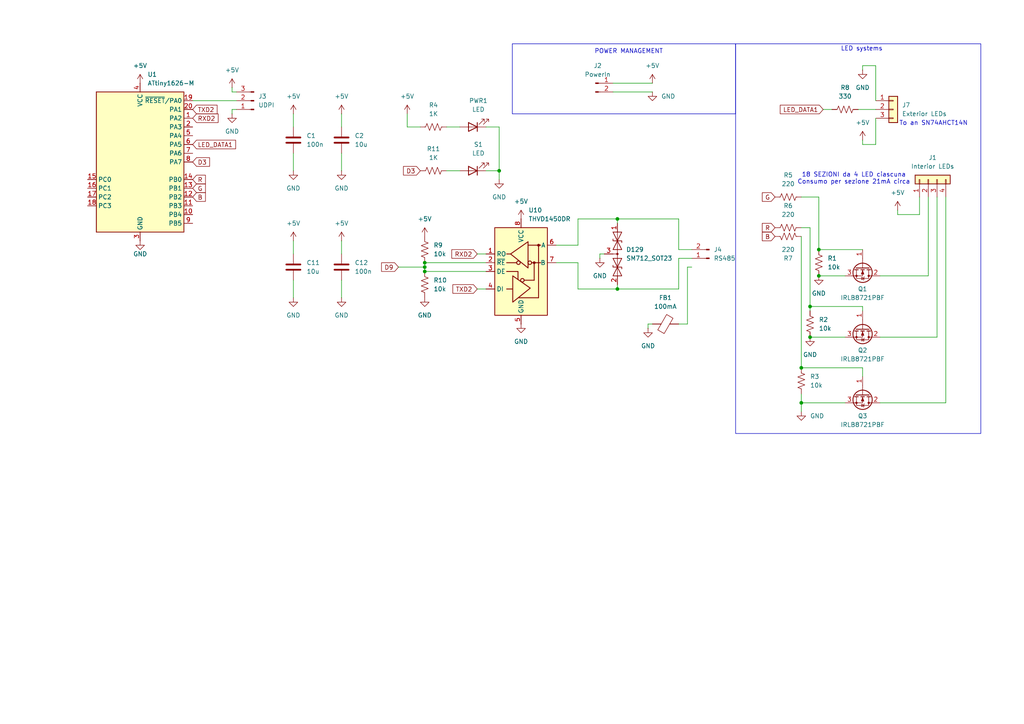
<source format=kicad_sch>
(kicad_sch (version 20250114) (generator "eeschema") (generator_version "9.0")
  (paper "A4")
  (lib_symbols
    (symbol "Conn_01x03_1" (pin_names (offset 1.016) (hide yes))
      (property "Reference" "J" (at 0 5.08 0))
      (property "Value" "Conn_01x03" (at 0 -5.08 0))
      (symbol "Conn_01x03_1_1_1"
        (rectangle (start -1.27 3.81) (end 1.27 -3.81) (stroke (width 0.254)) (fill (type background)))
        (rectangle (start -1.27 2.667) (end 0 2.413) (stroke (width 0.1524)))
        (rectangle (start -1.27 0.127) (end 0 -0.127) (stroke (width 0.1524)))
        (rectangle (start -1.27 -2.413) (end 0 -2.667) (stroke (width 0.1524)))
        (pin passive line (at -5.08 2.54 0) (length 3.81) (name "Pin_1") (number "1"))
        (pin passive line (at -5.08 0 0) (length 3.81) (name "Pin_2") (number "2"))
        (pin passive line (at -5.08 -2.54 0) (length 3.81) (name "Pin_3") (number "3"))
      )
    )
    (symbol "Connector:Conn_01x02_Pin" (pin_names (offset 1.016) (hide yes))
      (property "Reference" "J" (at 0 2.54 0))
      (property "Value" "Conn_01x02_Pin" (at 0 -5.08 0))
      (symbol "Conn_01x02_Pin_1_1"
        (rectangle (start 0.8636 0.127) (end 0 -0.127) (stroke (width 0.1524)) (fill (type outline)))
        (rectangle (start 0.8636 -2.413) (end 0 -2.667) (stroke (width 0.1524)) (fill (type outline)))
        (polyline (pts (xy 1.27 0) (xy 0.8636 0)) (stroke (width 0.1524)))
        (polyline (pts (xy 1.27 -2.54) (xy 0.8636 -2.54)) (stroke (width 0.1524)))
        (pin passive line (at 5.08 0 180) (length 3.81) (name "Pin_1") (number "1"))
        (pin passive line (at 5.08 -2.54 180) (length 3.81) (name "Pin_2") (number "2"))
      )
    )
    (symbol "Connector:Conn_01x03_Pin" (pin_names (offset 1.016) (hide yes))
      (property "Reference" "J" (at 0 5.08 0))
      (property "Value" "Conn_01x03_Pin" (at 0 -5.08 0))
      (symbol "Conn_01x03_Pin_1_1"
        (rectangle (start 0.8636 2.667) (end 0 2.413) (stroke (width 0.1524)) (fill (type outline)))
        (rectangle (start 0.8636 0.127) (end 0 -0.127) (stroke (width 0.1524)) (fill (type outline)))
        (rectangle (start 0.8636 -2.413) (end 0 -2.667) (stroke (width 0.1524)) (fill (type outline)))
        (polyline (pts (xy 1.27 2.54) (xy 0.8636 2.54)) (stroke (width 0.1524)))
        (polyline (pts (xy 1.27 0) (xy 0.8636 0)) (stroke (width 0.1524)))
        (polyline (pts (xy 1.27 -2.54) (xy 0.8636 -2.54)) (stroke (width 0.1524)))
        (pin passive line (at 5.08 2.54 180) (length 3.81) (name "Pin_1") (number "1"))
        (pin passive line (at 5.08 0 180) (length 3.81) (name "Pin_2") (number "2"))
        (pin passive line (at 5.08 -2.54 180) (length 3.81) (name "Pin_3") (number "3"))
      )
    )
    (symbol "Connector_Generic:Conn_01x04" (pin_names (offset 1.016) (hide yes))
      (property "Reference" "J1" (at 0 -11.43 0))
      (property "Value" "LED STRIP" (at 0 -8.89 0))
      (symbol "Conn_01x04_1_1"
        (rectangle (start -1.27 3.81) (end 1.27 -6.35) (stroke (width 0.254)) (fill (type background)))
        (rectangle (start -1.27 2.667) (end 0 2.413) (stroke (width 0.1524)))
        (rectangle (start -1.27 0.127) (end 0 -0.127) (stroke (width 0.1524)))
        (rectangle (start -1.27 -2.413) (end 0 -2.667) (stroke (width 0.1524)))
        (rectangle (start -1.27 -4.953) (end 0 -5.207) (stroke (width 0.1524)))
        (pin passive line (at -5.08 2.54 0) (length 3.81) (name "Pin_1") (number "1"))
        (pin passive line (at -5.08 0 0) (length 3.81) (name "Pin_2") (number "2"))
        (pin passive line (at -5.08 -2.54 0) (length 3.81) (name "3Pin_3") (number "3"))
        (pin passive line (at -5.08 -5.08 0) (length 3.81) (name "Pin_4") (number "4"))
      )
    )
    (symbol "Device:C" (pin_numbers (hide yes)) (pin_names (offset 0.254))
      (property "Reference" "C" (at 0.635 2.54 0))
      (property "Value" "C" (at 0.635 -2.54 0))
      (symbol "C_0_1"
        (polyline (pts (xy -2.032 0.762) (xy 2.032 0.762)) (stroke (width 0.508)))
        (polyline (pts (xy -2.032 -0.762) (xy 2.032 -0.762)) (stroke (width 0.508)))
      )
      (symbol "C_1_1"
        (pin passive line (at 0 3.81 270) (length 2.794) (name "~") (number "1"))
        (pin passive line (at 0 -3.81 90) (length 2.794) (name "~") (number "2"))
      )
    )
    (symbol "Device:FerriteBead" (pin_numbers (hide yes)) (pin_names (offset 0))
      (property "Reference" "FB" (at -3.81 0.635 90))
      (property "Value" "FerriteBead" (at 3.81 0 90))
      (symbol "FerriteBead_0_1"
        (polyline (pts (xy -2.7686 0.4064) (xy -1.7018 2.2606) (xy 2.7686 -0.3048) (xy 1.6764 -2.159) (xy -2.7686 0.4064)))
        (polyline (pts (xy 0 1.27) (xy 0 1.2954)))
        (polyline (pts (xy 0 -1.27) (xy 0 -1.2192)))
      )
      (symbol "FerriteBead_1_1"
        (pin passive line (at 0 3.81 270) (length 2.54) (name "~") (number "1"))
        (pin passive line (at 0 -3.81 90) (length 2.54) (name "~") (number "2"))
      )
    )
    (symbol "Device:LED" (pin_numbers (hide yes)) (pin_names (offset 1.016) (hide yes))
      (property "Reference" "D" (at 0 2.54 0))
      (property "Value" "LED" (at 0 -2.54 0))
      (symbol "LED_0_1"
        (polyline (pts (xy -3.048 -0.762) (xy -4.572 -2.286) (xy -3.81 -2.286) (xy -4.572 -2.286) (xy -4.572 -1.524)))
        (polyline (pts (xy -1.778 -0.762) (xy -3.302 -2.286) (xy -2.54 -2.286) (xy -3.302 -2.286) (xy -3.302 -1.524)))
        (polyline (pts (xy -1.27 0) (xy 1.27 0)))
        (polyline (pts (xy -1.27 -1.27) (xy -1.27 1.27)) (stroke (width 0.254)))
        (polyline (pts (xy 1.27 -1.27) (xy 1.27 1.27) (xy -1.27 0) (xy 1.27 -1.27)) (stroke (width 0.254)))
      )
      (symbol "LED_1_1"
        (pin passive line (at -3.81 0 0) (length 2.54) (name "K") (number "1"))
        (pin passive line (at 3.81 0 180) (length 2.54) (name "A") (number "2"))
      )
    )
    (symbol "Device:R_US" (pin_numbers (hide yes)) (pin_names (offset 0))
      (property "Reference" "R" (at 2.54 0 90))
      (property "Value" "R_US" (at -2.54 0 90))
      (symbol "R_US_0_1"
        (polyline (pts (xy 0 2.286) (xy 0 2.54)))
        (polyline (pts (xy 0 2.286) (xy 1.016 1.905) (xy 0 1.524) (xy -1.016 1.143) (xy 0 0.762)))
        (polyline (pts (xy 0 0.762) (xy 1.016 0.381) (xy 0 0) (xy -1.016 -0.381) (xy 0 -0.762)))
        (polyline (pts (xy 0 -0.762) (xy 1.016 -1.143) (xy 0 -1.524) (xy -1.016 -1.905) (xy 0 -2.286)))
        (polyline (pts (xy 0 -2.286) (xy 0 -2.54)))
      )
      (symbol "R_US_1_1"
        (pin passive line (at 0 3.81 270) (length 1.27) (name "~") (number "1"))
        (pin passive line (at 0 -3.81 90) (length 1.27) (name "~") (number "2"))
      )
    )
    (symbol "Diode:SM712_SOT23" (pin_names (offset 1.016) (hide yes))
      (property "Reference" "D" (at 0 4.445 0))
      (property "Value" "SM712_SOT23" (at 0 2.54 0))
      (symbol "SM712_SOT23_0_0"
        (polyline (pts (xy 0 -1.27) (xy 0 0)))
      )
      (symbol "SM712_SOT23_0_1"
        (polyline (pts (xy -6.35 0) (xy 6.35 0)))
        (polyline (pts (xy -6.35 -1.27) (xy -1.27 1.27) (xy -1.27 -1.27) (xy -6.35 1.27) (xy -6.35 -1.27)) (stroke (width 0.2032)))
        (polyline (pts (xy -3.302 1.27) (xy -3.81 1.27) (xy -3.81 -1.27) (xy -4.318 -1.27)) (stroke (width 0.2032)))
        (circle (center 0 0) (radius 0.254) (fill (type outline)))
        (polyline (pts (xy 1.27 -1.27) (xy 1.27 1.27) (xy 6.35 -1.27) (xy 6.35 1.27) (xy 1.27 -1.27)) (stroke (width 0.2032)))
        (polyline (pts (xy 4.318 1.27) (xy 3.81 1.27) (xy 3.81 -1.27) (xy 3.302 -1.27)) (stroke (width 0.2032)))
      )
      (symbol "SM712_SOT23_1_1"
        (pin passive line (at -8.89 0 0) (length 2.54) (name "A1") (number "1"))
        (pin input line (at 0 -3.81 90) (length 2.54) (name "common") (number "3"))
        (pin passive line (at 8.89 0 180) (length 2.54) (name "A2") (number "2"))
      )
    )
    (symbol "Interface_UART:THVD1450DR"
      (property "Reference" "U" (at -6.985 13.97 0))
      (property "Value" "THVD1450DR" (at 1.905 13.97 0))
      (symbol "THVD1450DR_0_1"
        (rectangle (start -7.62 12.7) (end 7.62 -12.7) (stroke (width 0.254)) (fill (type background)))
        (polyline (pts (xy -4.191 2.54) (xy -1.27 2.54)) (stroke (width 0.254)))
        (polyline (pts (xy -4.191 0) (xy -0.889 0) (xy -0.889 -2.286)) (stroke (width 0.254)))
        (polyline (pts (xy -3.175 5.08) (xy -4.191 5.08) (xy -4.064 5.08)) (stroke (width 0.254)))
        (polyline (pts (xy -2.54 -5.08) (xy -4.191 -5.08)) (stroke (width 0.254)))
        (polyline (pts (xy -2.413 -5.08) (xy -2.413 -1.27) (xy 2.667 -4.826) (xy -2.413 -8.89) (xy -2.413 -5.08)) (stroke (width 0.254)))
        (polyline (pts (xy -0.635 -7.62) (xy 5.08 -7.62)) (stroke (width 0.254)))
        (circle (center 0.381 -2.54) (radius 0.508) (stroke (width 0.254)))
        (polyline (pts (xy 0.889 -2.54) (xy 3.81 -2.54)) (stroke (width 0.254)))
        (polyline (pts (xy 2.032 7.62) (xy 5.715 7.62)) (stroke (width 0.254)))
        (polyline (pts (xy 3.048 2.54) (xy 5.715 2.54)) (stroke (width 0.254)))
        (circle (center 3.81 2.54) (radius 0.2794) (stroke (width 0.254)) (fill (type outline)))
        (polyline (pts (xy 3.81 -2.54) (xy 3.81 2.54)) (stroke (width 0.254)))
        (polyline (pts (xy 5.08 -7.62) (xy 5.08 7.62)) (stroke (width 0.254)))
      )
      (symbol "THVD1450DR_1_1"
        (circle (center -0.762 2.54) (radius 0.508) (stroke (width 0.254)))
        (polyline (pts (xy 2.032 4.826) (xy 2.032 8.636) (xy -3.048 5.08) (xy 2.032 1.016) (xy 2.032 4.826)) (stroke (width 0.254)))
        (circle (center 2.54 2.54) (radius 0.508) (stroke (width 0.254)))
        (circle (center 5.08 7.62) (radius 0.2794) (stroke (width 0.254)) (fill (type outline)))
        (pin output line (at -10.16 5.08 0) (length 2.54) (name "RO") (number "1"))
        (pin input line (at -10.16 2.54 0) (length 2.54) (name "~{RE}") (number "2"))
        (pin input line (at -10.16 0 0) (length 2.54) (name "DE") (number "3"))
        (pin input line (at -10.16 -5.08 0) (length 2.54) (name "DI") (number "4"))
        (pin power_in line (at 0 15.24 270) (length 2.54) (name "VCC") (number "8"))
        (pin power_in line (at 0 -15.24 90) (length 2.54) (name "GND") (number "5"))
        (pin bidirectional line (at 10.16 7.62 180) (length 2.54) (name "A") (number "6"))
        (pin bidirectional line (at 10.16 2.54 180) (length 2.54) (name "B") (number "7"))
      )
    )
    (symbol "MCU_Microchip_ATtiny:ATtiny1626-M"
      (property "Reference" "U" (at -12.7 21.59 0))
      (property "Value" "ATtiny1626-M" (at 2.54 -21.59 0))
      (symbol "ATtiny1626-M_0_1"
        (rectangle (start -12.7 -20.32) (end 12.7 20.32) (stroke (width 0.254)) (fill (type background)))
      )
      (symbol "ATtiny1626-M_1_1"
        (pin bidirectional line (at -15.24 -5.08 0) (length 2.54) (name "PC0") (number "15"))
        (pin bidirectional line (at -15.24 -7.62 0) (length 2.54) (name "PC1") (number "16"))
        (pin bidirectional line (at -15.24 -10.16 0) (length 2.54) (name "PC2") (number "17"))
        (pin bidirectional line (at -15.24 -12.7 0) (length 2.54) (name "PC3") (number "18"))
        (pin power_in line (at 0 22.86 270) (length 2.54) (name "VCC") (number "4"))
        (pin passive line (at 0 -22.86 90) (length 2.54) (hide yes) (name "GND") (number "21"))
        (pin power_in line (at 0 -22.86 90) (length 2.54) (name "GND") (number "3"))
        (pin bidirectional line (at 15.24 17.78 180) (length 2.54) (name "~{RESET}/PA0") (number "19"))
        (pin bidirectional line (at 15.24 15.24 180) (length 2.54) (name "PA1") (number "20"))
        (pin bidirectional line (at 15.24 12.7 180) (length 2.54) (name "PA2") (number "1"))
        (pin bidirectional line (at 15.24 10.16 180) (length 2.54) (name "PA3") (number "2"))
        (pin bidirectional line (at 15.24 7.62 180) (length 2.54) (name "PA4") (number "5"))
        (pin bidirectional line (at 15.24 5.08 180) (length 2.54) (name "PA5") (number "6"))
        (pin bidirectional line (at 15.24 2.54 180) (length 2.54) (name "PA6") (number "7"))
        (pin bidirectional line (at 15.24 0 180) (length 2.54) (name "PA7") (number "8"))
        (pin bidirectional line (at 15.24 -5.08 180) (length 2.54) (name "PB0") (number "14"))
        (pin bidirectional line (at 15.24 -7.62 180) (length 2.54) (name "PB1") (number "13"))
        (pin bidirectional line (at 15.24 -10.16 180) (length 2.54) (name "PB2") (number "12"))
        (pin bidirectional line (at 15.24 -12.7 180) (length 2.54) (name "PB3") (number "11"))
        (pin bidirectional line (at 15.24 -15.24 180) (length 2.54) (name "PB4") (number "10"))
        (pin bidirectional line (at 15.24 -17.78 180) (length 2.54) (name "PB5") (number "9"))
      )
    )
    (symbol "Transistor_FET:IRLB8721PBF" (pin_names (hide yes))
      (property "Reference" "Q" (at 5.08 1.905 0))
      (property "Value" "IRLB8721PBF" (at 5.08 0 0))
      (symbol "IRLB8721PBF_0_1"
        (polyline (pts (xy 0.254 1.905) (xy 0.254 -1.905)) (stroke (width 0.254)))
        (polyline (pts (xy 0.254 0) (xy -2.54 0)))
        (polyline (pts (xy 0.762 2.286) (xy 0.762 1.27)) (stroke (width 0.254)))
        (polyline (pts (xy 0.762 0.508) (xy 0.762 -0.508)) (stroke (width 0.254)))
        (polyline (pts (xy 0.762 -1.27) (xy 0.762 -2.286)) (stroke (width 0.254)))
        (polyline (pts (xy 0.762 -1.778) (xy 3.302 -1.778) (xy 3.302 1.778) (xy 0.762 1.778)))
        (polyline (pts (xy 1.016 0) (xy 2.032 0.381) (xy 2.032 -0.381) (xy 1.016 0)) (fill (type outline)))
        (circle (center 1.651 0) (radius 2.794) (stroke (width 0.254)))
        (polyline (pts (xy 2.54 2.54) (xy 2.54 1.778)))
        (circle (center 2.54 1.778) (radius 0.254) (fill (type outline)))
        (circle (center 2.54 -1.778) (radius 0.254) (fill (type outline)))
        (polyline (pts (xy 2.54 -2.54) (xy 2.54 0) (xy 0.762 0)))
        (polyline (pts (xy 2.794 0.508) (xy 2.921 0.381) (xy 3.683 0.381) (xy 3.81 0.254)))
        (polyline (pts (xy 3.302 0.381) (xy 2.921 -0.254) (xy 3.683 -0.254) (xy 3.302 0.381)))
      )
      (symbol "IRLB8721PBF_1_1"
        (pin input line (at -5.08 0 0) (length 2.54) (name "G") (number "1"))
        (pin passive line (at 2.54 5.08 270) (length 2.54) (name "D") (number "2"))
        (pin passive line (at 2.54 -5.08 90) (length 2.54) (name "S") (number "3"))
      )
    )
    (symbol "power:+5V" (power) (pin_numbers (hide yes)) (pin_names (offset 0) (hide yes))
      (property "Value" "+5V" (at 0 3.556 0))
      (symbol "+5V_0_1"
        (polyline (pts (xy -0.762 1.27) (xy 0 2.54)))
        (polyline (pts (xy 0 2.54) (xy 0.762 1.27)))
        (polyline (pts (xy 0 0) (xy 0 2.54)))
      )
      (symbol "+5V_1_1"
        (pin power_in line (at 0 0 90) (length 0) (name "~") (number "1"))
      )
    )
    (symbol "power:GND" (power) (pin_numbers (hide yes)) (pin_names (offset 0) (hide yes))
      (property "Value" "GND" (at 0 -3.81 0))
      (symbol "GND_0_1"
        (polyline (pts (xy 0 0) (xy 0 -1.27) (xy 1.27 -1.27) (xy 0 -2.54) (xy -1.27 -1.27) (xy 0 -1.27)))
      )
      (symbol "GND_1_1"
        (pin power_in line (at 0 0 270) (length 0) (name "~") (number "1"))
      )
    )
  )
  (rectangle (start 213.36 12.7) (end 284.48 125.73))
  (rectangle (start 148.59 12.7) (end 213.36 33.02))
  (text "18 SEZIONI da 4 LED ciascuna\nConsumo per sezione 21mA circa" (at 247.65 51.816 0) (effects (font (size 1.27 1.27))))
  (text "To an SN74AHCT14N" (at 270.764 35.814 0) (effects (font (size 1.27 1.27))))
  (text "POWER MANAGEMENT" (at 182.372 14.986 0) (effects (font (size 1.27 1.27))))
  (text "LED systems" (at 249.936 14.224 0) (effects (font (size 1.27 1.27))))
  (junction (at 179.07 83.82))
  (junction (at 144.78 49.53))
  (junction (at 123.19 76.2))
  (junction (at 232.41 106.68))
  (junction (at 179.07 63.5))
  (junction (at 123.19 77.47))
  (junction (at 123.19 78.74))
  (junction (at 234.95 97.79))
  (junction (at 237.49 80.01))
  (junction (at 232.41 116.84))
  (junction (at 234.95 88.9))
  (junction (at 237.49 72.39))
  (wire (pts (xy 177.8 24.13) (xy 189.23 24.13)))
  (wire (pts (xy 260.35 62.23) (xy 260.35 60.96)))
  (wire (pts (xy 232.41 57.15) (xy 237.49 57.15)))
  (wire (pts (xy 99.06 81.28) (xy 99.06 86.36)))
  (wire (pts (xy 271.78 57.15) (xy 271.78 97.79)))
  (wire (pts (xy 274.32 116.84) (xy 255.27 116.84)))
  (wire (pts (xy 138.43 83.82) (xy 140.97 83.82)))
  (wire (pts (xy 85.09 33.02) (xy 85.09 36.83)))
  (wire (pts (xy 85.09 44.45) (xy 85.09 49.53)))
  (wire (pts (xy 55.88 29.21) (xy 68.58 29.21)))
  (wire (pts (xy 199.39 93.98) (xy 199.39 77.47)))
  (wire (pts (xy 115.57 77.47) (xy 123.19 77.47)))
  (wire (pts (xy 245.11 80.01) (xy 237.49 80.01)))
  (wire (pts (xy 250.19 90.17) (xy 250.19 88.9)))
  (wire (pts (xy 200.66 74.93) (xy 196.85 74.93)))
  (wire (pts (xy 167.64 71.12) (xy 167.64 63.5)))
  (wire (pts (xy 138.43 73.66) (xy 140.97 73.66)))
  (wire (pts (xy 99.06 33.02) (xy 99.06 36.83)))
  (wire (pts (xy 68.58 31.75) (xy 67.31 31.75)))
  (wire (pts (xy 232.41 106.68) (xy 250.19 106.68)))
  (wire (pts (xy 200.66 72.39) (xy 196.85 72.39)))
  (wire (pts (xy 144.78 49.53) (xy 144.78 52.07)))
  (wire (pts (xy 245.11 97.79) (xy 234.95 97.79)))
  (wire (pts (xy 271.78 97.79) (xy 255.27 97.79)))
  (wire (pts (xy 248.92 31.75) (xy 254 31.75)))
  (wire (pts (xy 237.49 57.15) (xy 237.49 72.39)))
  (wire (pts (xy 123.19 78.74) (xy 140.97 78.74)))
  (wire (pts (xy 129.54 49.53) (xy 133.35 49.53)))
  (wire (pts (xy 67.31 26.67) (xy 67.31 25.4)))
  (wire (pts (xy 196.85 93.98) (xy 199.39 93.98)))
  (wire (pts (xy 254 19.05) (xy 250.19 19.05)))
  (wire (pts (xy 85.09 69.85) (xy 85.09 73.66)))
  (wire (pts (xy 250.19 88.9) (xy 234.95 88.9)))
  (wire (pts (xy 167.64 76.2) (xy 167.64 83.82)))
  (wire (pts (xy 196.85 72.39) (xy 196.85 63.5)))
  (wire (pts (xy 274.32 57.15) (xy 274.32 116.84)))
  (wire (pts (xy 177.8 26.67) (xy 189.23 26.67)))
  (wire (pts (xy 123.19 76.2) (xy 123.19 77.47)))
  (wire (pts (xy 161.29 76.2) (xy 167.64 76.2)))
  (wire (pts (xy 196.85 74.93) (xy 196.85 83.82)))
  (wire (pts (xy 167.64 63.5) (xy 179.07 63.5)))
  (wire (pts (xy 250.19 40.64) (xy 250.19 41.91)))
  (wire (pts (xy 232.41 114.3) (xy 232.41 116.84)))
  (wire (pts (xy 129.54 36.83) (xy 133.35 36.83)))
  (wire (pts (xy 179.07 63.5) (xy 179.07 64.77)))
  (wire (pts (xy 199.39 77.47) (xy 200.66 77.47)))
  (wire (pts (xy 250.19 106.68) (xy 250.19 109.22)))
  (wire (pts (xy 250.19 72.39) (xy 237.49 72.39)))
  (wire (pts (xy 234.95 66.04) (xy 234.95 88.9)))
  (wire (pts (xy 250.19 41.91) (xy 254 41.91)))
  (wire (pts (xy 68.58 26.67) (xy 67.31 26.67)))
  (wire (pts (xy 254 41.91) (xy 254 34.29)))
  (wire (pts (xy 232.41 119.38) (xy 232.41 116.84)))
  (wire (pts (xy 85.09 81.28) (xy 85.09 86.36)))
  (wire (pts (xy 234.95 88.9) (xy 234.95 90.17)))
  (wire (pts (xy 99.06 44.45) (xy 99.06 49.53)))
  (wire (pts (xy 144.78 36.83) (xy 144.78 49.53)))
  (wire (pts (xy 269.24 57.15) (xy 269.24 80.01)))
  (wire (pts (xy 161.29 71.12) (xy 167.64 71.12)))
  (wire (pts (xy 260.35 62.23) (xy 266.7 62.23)))
  (wire (pts (xy 255.27 80.01) (xy 269.24 80.01)))
  (wire (pts (xy 179.07 83.82) (xy 196.85 83.82)))
  (wire (pts (xy 232.41 68.58) (xy 232.41 106.68)))
  (wire (pts (xy 232.41 66.04) (xy 234.95 66.04)))
  (wire (pts (xy 167.64 83.82) (xy 179.07 83.82)))
  (wire (pts (xy 118.11 36.83) (xy 121.92 36.83)))
  (wire (pts (xy 179.07 82.55) (xy 179.07 83.82)))
  (wire (pts (xy 123.19 77.47) (xy 123.19 78.74)))
  (wire (pts (xy 173.99 73.66) (xy 173.99 74.93)))
  (wire (pts (xy 254 29.21) (xy 254 19.05)))
  (wire (pts (xy 118.11 33.02) (xy 118.11 36.83)))
  (wire (pts (xy 187.96 93.98) (xy 187.96 95.25)))
  (wire (pts (xy 99.06 69.85) (xy 99.06 73.66)))
  (wire (pts (xy 175.26 73.66) (xy 173.99 73.66)))
  (wire (pts (xy 140.97 36.83) (xy 144.78 36.83)))
  (wire (pts (xy 266.7 62.23) (xy 266.7 57.15)))
  (wire (pts (xy 189.23 93.98) (xy 187.96 93.98)))
  (wire (pts (xy 67.31 31.75) (xy 67.31 33.02)))
  (wire (pts (xy 140.97 76.2) (xy 123.19 76.2)))
  (wire (pts (xy 238.76 31.75) (xy 241.3 31.75)))
  (wire (pts (xy 179.07 63.5) (xy 196.85 63.5)))
  (wire (pts (xy 232.41 116.84) (xy 245.11 116.84)))
  (wire (pts (xy 250.19 19.05) (xy 250.19 20.32)))
  (wire (pts (xy 140.97 49.53) (xy 144.78 49.53)))
  (global_label "D3" (shape input) (at 121.92 49.53 180) (property "Intersheetrefs" "${INTERSHEET_REFS}" (effects (hide yes))))
  (global_label "G" (shape input) (at 55.88 54.61 0) (property "Intersheetrefs" "${INTERSHEET_REFS}" (effects (hide yes))))
  (global_label "TXD2" (shape input) (at 55.88 31.75 0) (property "Intersheetrefs" "${INTERSHEET_REFS}" (effects (hide yes))))
  (global_label "RXD2" (shape input) (at 138.43 73.66 180) (property "Intersheetrefs" "${INTERSHEET_REFS}" (effects (hide yes))))
  (global_label "RXD2" (shape input) (at 55.88 34.29 0) (property "Intersheetrefs" "${INTERSHEET_REFS}" (effects (hide yes))))
  (global_label "B" (shape input) (at 55.88 57.15 0) (property "Intersheetrefs" "${INTERSHEET_REFS}" (effects (hide yes))))
  (global_label "LED_DATA1" (shape input) (at 238.76 31.75 180) (property "Intersheetrefs" "${INTERSHEET_REFS}" (effects (hide yes))))
  (global_label "TXD2" (shape input) (at 138.43 83.82 180) (property "Intersheetrefs" "${INTERSHEET_REFS}" (effects (hide yes))))
  (global_label "G" (shape input) (at 224.79 57.15 180) (property "Intersheetrefs" "${INTERSHEET_REFS}" (effects (hide yes))))
  (global_label "LED_DATA1" (shape input) (at 55.88 41.91 0) (property "Intersheetrefs" "${INTERSHEET_REFS}" (effects (hide yes))))
  (global_label "B" (shape input) (at 224.79 68.58 180) (property "Intersheetrefs" "${INTERSHEET_REFS}" (effects (hide yes))))
  (global_label "D9" (shape input) (at 115.57 77.47 180) (property "Intersheetrefs" "${INTERSHEET_REFS}" (effects (hide yes))))
  (global_label "D3" (shape input) (at 55.88 46.99 0) (property "Intersheetrefs" "${INTERSHEET_REFS}" (effects (hide yes))))
  (global_label "R" (shape input) (at 55.88 52.07 0) (property "Intersheetrefs" "${INTERSHEET_REFS}" (effects (hide yes))))
  (global_label "R" (shape input) (at 224.79 66.04 180) (property "Intersheetrefs" "${INTERSHEET_REFS}" (effects (hide yes))))
  (symbol (lib_id "Device:C") (at 99.06 40.64 0) (unit 1)
    (property "Reference" "C2" (at 102.87 39.3699 0) (effects (justify left)))
    (property "Value" "10u" (at 102.87 41.9099 0) (effects (justify left)))
    (property "Footprint" "Capacitor_SMD:C_0402_1005Metric_Pad0.74x0.62mm_HandSolder" (effects (hide yes)))
    (property "Description" "Unpolarized capacitor" (effects (hide yes)))
  )
  (symbol (lib_id "power:GND") (at 187.96 95.25 0) (unit 1)
    (property "Reference" "#PWR055" (effects (hide yes)))
    (property "Value" "GND" (at 187.96 100.33 0))
    (property "Description" "Power symbol creates a global label with name \"GND\" , ground" (effects (hide yes)))
  )
  (symbol (lib_id "power:GND") (at 85.09 86.36 0) (unit 1)
    (property "Reference" "#PWR047" (effects (hide yes)))
    (property "Value" "GND" (at 85.09 91.44 0))
    (property "Description" "Power symbol creates a global label with name \"GND\" , ground" (effects (hide yes)))
  )
  (symbol (lib_id "power:GND") (at 99.06 49.53 0) (unit 1)
    (property "Reference" "#PWR08" (effects (hide yes)))
    (property "Value" "GND" (at 99.06 54.61 0))
    (property "Description" "Power symbol creates a global label with name \"GND\" , ground" (effects (hide yes)))
  )
  (symbol (lib_id "power:GND") (at 250.19 20.32 0) (unit 1)
    (property "Reference" "#PWR015" (effects (hide yes)))
    (property "Value" "GND" (at 250.19 25.4 0))
    (property "Description" "Power symbol creates a global label with name \"GND\" , ground" (effects (hide yes)))
  )
  (symbol (lib_id "Device:C") (at 85.09 40.64 0) (unit 1)
    (property "Reference" "C1" (at 88.9 39.3699 0) (effects (justify left)))
    (property "Value" "100n" (at 88.9 41.9099 0) (effects (justify left)))
    (property "Footprint" "Capacitor_SMD:C_0402_1005Metric_Pad0.74x0.62mm_HandSolder" (effects (hide yes)))
    (property "Description" "Unpolarized capacitor" (effects (hide yes)))
  )
  (symbol (lib_id "power:+5V") (at 189.23 24.13 0) (unit 1)
    (property "Reference" "#PWR029" (effects (hide yes)))
    (property "Value" "+5V" (at 189.23 19.05 0))
    (property "Description" "Power symbol creates a global label with name \"+5V\"" (effects (hide yes)))
  )
  (symbol (lib_id "power:GND") (at 237.49 80.01 0) (unit 1)
    (property "Reference" "#PWR03" (effects (hide yes)))
    (property "Value" "GND" (at 237.49 85.09 0))
    (property "Description" "Power symbol creates a global label with name \"GND\" , ground" (effects (hide yes)))
  )
  (symbol (lib_id "Transistor_FET:IRLB8721PBF") (at 250.19 77.47 270) (unit 1)
    (property "Reference" "Q1" (at 250.19 83.82 90))
    (property "Value" "IRLB8721PBF" (at 250.19 86.36 90))
    (property "Footprint" "Package_TO_SOT_THT:TO-220-3_Vertical" (effects (hide yes)))
    (property "Datasheet" "http://www.infineon.com/dgdl/irlb8721pbf.pdf?fileId=5546d462533600a40153566056732591" (effects (hide yes)))
    (property "Description" "62A Id, 30V Vds, 8.7 mOhm Rds, N-Channel HEXFET Power MOSFET, TO-220" (effects (hide yes)))
  )
  (symbol (lib_id "Diode:SM712_SOT23") (at 179.07 73.66 270) (unit 1)
    (property "Reference" "D129" (at 181.61 72.3899 90) (effects (justify left)))
    (property "Value" "SM712_SOT23" (at 181.61 74.9299 90) (effects (justify left)))
    (property "Footprint" "Package_TO_SOT_SMD:SOT-23" (effects (hide yes)))
    (property "Datasheet" "https://www.littelfuse.com/~/media/electronics/datasheets/tvs_diode_arrays/littelfuse_tvs_diode_array_sm712_datasheet.pdf.pdf" (effects (hide yes)))
    (property "Description" "7V/12V, 600W Asymmetrical TVS Diode Array, SOT-23" (effects (hide yes)))
  )
  (symbol (lib_id "Device:R_US") (at 237.49 76.2 0) (unit 1)
    (property "Reference" "R1" (at 240.03 74.9299 0) (effects (justify left)))
    (property "Value" "10k" (at 240.03 77.4699 0) (effects (justify left)))
    (property "Footprint" "Resistor_SMD:R_0402_1005Metric_Pad0.72x0.64mm_HandSolder" (effects (hide yes)))
    (property "Description" "Resistor, US symbol" (effects (hide yes)))
  )
  (symbol (lib_id "power:+5V") (at 151.13 63.5 0) (unit 1)
    (property "Reference" "#PWR052" (effects (hide yes)))
    (property "Value" "+5V" (at 151.13 58.42 0))
    (property "Description" "Power symbol creates a global label with name \"+5V\"" (effects (hide yes)))
  )
  (symbol (lib_id "power:+5V") (at 99.06 69.85 0) (unit 1)
    (property "Reference" "#PWR048" (effects (hide yes)))
    (property "Value" "+5V" (at 99.06 64.77 0))
    (property "Description" "Power symbol creates a global label with name \"+5V\"" (effects (hide yes)))
  )
  (symbol (lib_id "Device:R_US") (at 228.6 68.58 90) (mirror x) (unit 1)
    (property "Reference" "R7" (at 228.6 74.93 90))
    (property "Value" "220" (at 228.6 72.39 90))
    (property "Footprint" "Resistor_SMD:R_0402_1005Metric_Pad0.72x0.64mm_HandSolder" (effects (hide yes)))
    (property "Description" "Resistor, US symbol" (effects (hide yes)))
  )
  (symbol (lib_id "power:GND") (at 173.99 74.93 0) (unit 1)
    (property "Reference" "#PWR054" (effects (hide yes)))
    (property "Value" "GND" (at 173.99 80.01 0))
    (property "Description" "Power symbol creates a global label with name \"GND\" , ground" (effects (hide yes)))
  )
  (symbol (lib_id "Transistor_FET:IRLB8721PBF") (at 250.19 95.25 270) (unit 1)
    (property "Reference" "Q2" (at 250.19 101.6 90))
    (property "Value" "IRLB8721PBF" (at 250.19 104.14 90))
    (property "Footprint" "Package_TO_SOT_THT:TO-220-3_Vertical" (effects (hide yes)))
    (property "Datasheet" "http://www.infineon.com/dgdl/irlb8721pbf.pdf?fileId=5546d462533600a40153566056732591" (effects (hide yes)))
    (property "Description" "62A Id, 30V Vds, 8.7 mOhm Rds, N-Channel HEXFET Power MOSFET, TO-220" (effects (hide yes)))
  )
  (symbol (lib_id "power:GND") (at 40.64 69.85 0) (unit 1)
    (property "Reference" "#PWR02" (effects (hide yes)))
    (property "Value" "GND" (at 38.608 73.66 0) (effects (justify left)))
    (property "Description" "Power symbol creates a global label with name \"GND\" , ground" (effects (hide yes)))
  )
  (symbol (lib_id "power:+5V") (at 250.19 40.64 0) (unit 1)
    (property "Reference" "#PWR038" (effects (hide yes)))
    (property "Value" "+5V" (at 250.19 35.56 0))
    (property "Description" "Power symbol creates a global label with name \"+5V\"" (effects (hide yes)))
  )
  (symbol (lib_id "power:+5V") (at 260.35 60.96 0) (unit 1)
    (property "Reference" "#PWR040" (effects (hide yes)))
    (property "Value" "+5V" (at 260.35 55.88 0))
    (property "Description" "Power symbol creates a global label with name \"+5V\"" (effects (hide yes)))
  )
  (symbol (lib_id "power:+5V") (at 99.06 33.02 0) (unit 1)
    (property "Reference" "#PWR035" (effects (hide yes)))
    (property "Value" "+5V" (at 99.06 27.94 0))
    (property "Description" "Power symbol creates a global label with name \"+5V\"" (effects (hide yes)))
  )
  (symbol (lib_id "power:+5V") (at 85.09 69.85 0) (unit 1)
    (property "Reference" "#PWR046" (effects (hide yes)))
    (property "Value" "+5V" (at 85.09 64.77 0))
    (property "Description" "Power symbol creates a global label with name \"+5V\"" (effects (hide yes)))
  )
  (symbol (lib_id "power:GND") (at 99.06 86.36 0) (unit 1)
    (property "Reference" "#PWR049" (effects (hide yes)))
    (property "Value" "GND" (at 99.06 91.44 0))
    (property "Description" "Power symbol creates a global label with name \"GND\" , ground" (effects (hide yes)))
  )
  (symbol (lib_id "Device:C") (at 85.09 77.47 0) (unit 1)
    (property "Reference" "C11" (at 88.9 76.1999 0) (effects (justify left)))
    (property "Value" "10u" (at 88.9 78.7399 0) (effects (justify left)))
    (property "Footprint" "Capacitor_SMD:C_0402_1005Metric_Pad0.74x0.62mm_HandSolder" (effects (hide yes)))
    (property "Description" "Unpolarized capacitor" (effects (hide yes)))
  )
  (symbol (lib_id "Interface_UART:THVD1450DR") (at 151.13 78.74 0) (unit 1)
    (property "Reference" "U10" (at 153.2733 60.96 0) (effects (justify left)))
    (property "Value" "THVD1450DR" (at 153.2733 63.5 0) (effects (justify left)))
    (property "Footprint" "Package_SON:VSON-8-1EP_3x3mm_P0.65mm_EP1.6x2.4mm" (effects (hide yes)))
    (property "Datasheet" "https://www.ti.com/lit/ds/symlink/thvd1450.pdf" (effects (hide yes)))
    (property "Description" "3.3-V to 5-V RS-485 transceiver with ±18-kV IEC ESD protection, VSON-8" (effects (hide yes)))
    (property "Manufacturer" "Texas Instruments" (effects (hide yes)))
  )
  (symbol (lib_id "Device:R_US") (at 125.73 49.53 90) (unit 1)
    (property "Reference" "R11" (at 125.73 43.18 90))
    (property "Value" "1K" (at 125.73 45.72 90))
    (property "Footprint" "Resistor_SMD:R_0402_1005Metric_Pad0.72x0.64mm_HandSolder" (effects (hide yes)))
    (property "Description" "Resistor, US symbol" (effects (hide yes)))
  )
  (symbol (lib_id "Device:LED") (at 137.16 49.53 180) (unit 1)
    (property "Reference" "S1" (at 138.7475 41.91 0))
    (property "Value" "LED" (at 138.7475 44.45 0))
    (property "Footprint" "LED_SMD:LED_0402_1005Metric_Pad0.77x0.64mm_HandSolder" (effects (hide yes)))
    (property "Description" "Light emitting diode" (effects (hide yes)))
    (property "Sim.Pins" "1=K 2=A" (effects (hide yes)))
  )
  (symbol (lib_id "power:GND") (at 189.23 26.67 0) (unit 1)
    (property "Reference" "#PWR01" (effects (hide yes)))
    (property "Value" "GND" (at 191.77 27.9399 0) (effects (justify left)))
    (property "Description" "Power symbol creates a global label with name \"GND\" , ground" (effects (hide yes)))
  )
  (symbol (lib_id "power:GND") (at 151.13 93.98 0) (unit 1)
    (property "Reference" "#PWR053" (effects (hide yes)))
    (property "Value" "GND" (at 151.13 99.06 0))
    (property "Description" "Power symbol creates a global label with name \"GND\" , ground" (effects (hide yes)))
  )
  (symbol (lib_id "Device:R_US") (at 232.41 110.49 180) (unit 1)
    (property "Reference" "R3" (at 234.95 109.2199 0) (effects (justify right)))
    (property "Value" "10k" (at 234.95 111.7599 0) (effects (justify right)))
    (property "Footprint" "Resistor_SMD:R_0402_1005Metric_Pad0.72x0.64mm_HandSolder" (effects (hide yes)))
    (property "Description" "Resistor, US symbol" (effects (hide yes)))
  )
  (symbol (lib_id "MCU_Microchip_ATtiny:ATtiny1626-M") (at 40.64 46.99 0) (unit 1)
    (property "Reference" "U1" (at 42.7833 21.59 0) (effects (justify left)))
    (property "Value" "ATtiny1626-M" (at 42.7833 24.13 0) (effects (justify left)))
    (property "Footprint" "Package_DFN_QFN:VQFN-20-1EP_3x3mm_P0.4mm_EP1.7x1.7mm" (effects (hide yes)))
    (property "Datasheet" "https://ww1.microchip.com/downloads/en/DeviceDoc/ATtiny1624-26-27-DataSheet-DS40002234A.pdf" (effects (hide yes)))
    (property "Description" "20MHz, 16kB Flash, 2kB SRAM, 256B EEPROM, VQFN-20" (effects (hide yes)))
  )
  (symbol (lib_id "Connector:Conn_01x02_Pin") (at 205.74 74.93 180) (unit 1)
    (property "Reference" "J4" (at 207.01 72.3899 0) (effects (justify right)))
    (property "Value" "RS485" (at 207.01 74.9299 0) (effects (justify right)))
    (property "Footprint" "Connector_JST:JST_NV_B02P-NV_1x02_P5.00mm_Vertical" (effects (hide yes)))
    (property "Description" "Generic connector, single row, 01x02, script generated" (effects (hide yes)))
  )
  (symbol (lib_id "Device:FerriteBead") (at 193.04 93.98 90) (unit 1)
    (property "Reference" "FB1" (at 192.9892 86.36 90))
    (property "Value" "100mA" (at 192.9892 88.9 90))
    (property "Description" "Ferrite bead" (effects (hide yes)))
  )
  (symbol (lib_id "power:+5V") (at 118.11 33.02 0) (unit 1)
    (property "Reference" "#PWR036" (effects (hide yes)))
    (property "Value" "+5V" (at 118.11 27.94 0))
    (property "Description" "Power symbol creates a global label with name \"+5V\"" (effects (hide yes)))
  )
  (symbol (lib_id "power:GND") (at 85.09 49.53 0) (unit 1)
    (property "Reference" "#PWR06" (effects (hide yes)))
    (property "Value" "GND" (at 85.09 54.61 0))
    (property "Description" "Power symbol creates a global label with name \"GND\" , ground" (effects (hide yes)))
  )
  (symbol (lib_id "Connector:Conn_01x02_Pin") (at 172.72 24.13 0) (unit 1)
    (property "Reference" "J2" (at 173.355 19.05 0))
    (property "Value" "PowerIn" (at 173.355 21.59 0))
    (property "Footprint" "Personal:2Pin-HighPower" (effects (hide yes)))
    (property "Description" "Generic connector, single row, 01x02, script generated" (effects (hide yes)))
  )
  (symbol (lib_id "Device:R_US") (at 234.95 93.98 0) (unit 1)
    (property "Reference" "R2" (at 237.49 92.7099 0) (effects (justify left)))
    (property "Value" "10k" (at 237.49 95.2499 0) (effects (justify left)))
    (property "Footprint" "Resistor_SMD:R_0402_1005Metric_Pad0.72x0.64mm_HandSolder" (effects (hide yes)))
    (property "Description" "Resistor, US symbol" (effects (hide yes)))
  )
  (symbol (lib_id "power:GND") (at 123.19 86.36 0) (unit 1)
    (property "Reference" "#PWR051" (effects (hide yes)))
    (property "Value" "GND" (at 123.19 91.44 0))
    (property "Description" "Power symbol creates a global label with name \"GND\" , ground" (effects (hide yes)))
  )
  (symbol (lib_id "power:GND") (at 232.41 119.38 0) (unit 1)
    (property "Reference" "#PWR013" (effects (hide yes)))
    (property "Value" "GND" (at 234.95 120.6499 0) (effects (justify left)))
    (property "Description" "Power symbol creates a global label with name \"GND\" , ground" (effects (hide yes)))
  )
  (symbol (lib_id "power:+5V") (at 40.64 24.13 0) (unit 1)
    (property "Reference" "#PWR030" (effects (hide yes)))
    (property "Value" "+5V" (at 40.64 19.05 0))
    (property "Description" "Power symbol creates a global label with name \"+5V\"" (effects (hide yes)))
  )
  (symbol (lib_id "Device:R_US") (at 245.11 31.75 90) (unit 1)
    (property "Reference" "R8" (at 245.11 25.4 90))
    (property "Value" "330" (at 245.11 27.94 90))
    (property "Footprint" "Resistor_SMD:R_0402_1005Metric_Pad0.72x0.64mm_HandSolder" (effects (hide yes)))
    (property "Description" "Resistor, US symbol" (effects (hide yes)))
  )
  (symbol (lib_id "Device:C") (at 99.06 77.47 0) (unit 1)
    (property "Reference" "C12" (at 102.87 76.1999 0) (effects (justify left)))
    (property "Value" "100n" (at 102.87 78.7399 0) (effects (justify left)))
    (property "Footprint" "Capacitor_SMD:C_0402_1005Metric_Pad0.74x0.62mm_HandSolder" (effects (hide yes)))
    (property "Description" "Unpolarized capacitor" (effects (hide yes)))
  )
  (symbol (lib_id "power:+5V") (at 67.31 25.4 0) (unit 1)
    (property "Reference" "#PWR043" (effects (hide yes)))
    (property "Value" "+5V" (at 67.31 20.32 0))
    (property "Description" "Power symbol creates a global label with name \"+5V\"" (effects (hide yes)))
  )
  (symbol (lib_id "Transistor_FET:IRLB8721PBF") (at 250.19 114.3 270) (unit 1)
    (property "Reference" "Q3" (at 250.19 120.65 90))
    (property "Value" "IRLB8721PBF" (at 250.19 123.19 90))
    (property "Footprint" "Package_TO_SOT_THT:TO-220-3_Vertical" (effects (hide yes)))
    (property "Datasheet" "http://www.infineon.com/dgdl/irlb8721pbf.pdf?fileId=5546d462533600a40153566056732591" (effects (hide yes)))
    (property "Description" "62A Id, 30V Vds, 8.7 mOhm Rds, N-Channel HEXFET Power MOSFET, TO-220" (effects (hide yes)))
  )
  (symbol (lib_id "Connector_Generic:Conn_01x04") (at 269.24 52.07 90) (unit 1)
    (property "Reference" "J1" (at 270.51 45.72 90))
    (property "Value" "Interior LEDs" (at 270.51 48.26 90))
    (property "Footprint" "Connector_PinHeader_2.54mm:PinHeader_1x04_P2.54mm_Vertical" (effects (hide yes)))
    (property "Description" "Generic connector, single row, 01x04, script generated (kicad-library-utils/schlib/autogen/connector/)" (effects (hide yes)))
  )
  (symbol (lib_id "Device:R_US") (at 123.19 82.55 0) (unit 1)
    (property "Reference" "R10" (at 125.73 81.2799 0) (effects (justify left)))
    (property "Value" "10k" (at 125.73 83.8199 0) (effects (justify left)))
    (property "Footprint" "Resistor_SMD:R_0402_1005Metric_Pad0.72x0.64mm_HandSolder" (effects (hide yes)))
    (property "Description" "Resistor, US symbol" (effects (hide yes)))
  )
  (symbol (lib_name "Conn_01x03_1") (lib_id "Connector_Generic:Conn_01x03") (at 259.08 31.75 0) (unit 1)
    (property "Reference" "J7" (at 261.62 30.4799 0) (effects (justify left)))
    (property "Value" "Exterior LEDs" (at 261.62 33.0199 0) (effects (justify left)))
    (property "Footprint" "Connector_PinHeader_2.54mm:PinHeader_1x03_P2.54mm_Vertical" (effects (hide yes)))
    (property "Description" "Generic connector, single row, 01x03, script generated (kicad-library-utils/schlib/autogen/connector/)" (effects (hide yes)))
  )
  (symbol (lib_id "Device:R_US") (at 125.73 36.83 90) (unit 1)
    (property "Reference" "R4" (at 125.73 30.48 90))
    (property "Value" "1K" (at 125.73 33.02 90))
    (property "Footprint" "Resistor_SMD:R_0402_1005Metric_Pad0.72x0.64mm_HandSolder" (effects (hide yes)))
    (property "Description" "Resistor, US symbol" (effects (hide yes)))
  )
  (symbol (lib_id "Device:LED") (at 137.16 36.83 180) (unit 1)
    (property "Reference" "PWR1" (at 138.7475 29.21 0))
    (property "Value" "LED" (at 138.7475 31.75 0))
    (property "Footprint" "LED_SMD:LED_0402_1005Metric_Pad0.77x0.64mm_HandSolder" (effects (hide yes)))
    (property "Description" "Light emitting diode" (effects (hide yes)))
    (property "Sim.Pins" "1=K 2=A" (effects (hide yes)))
  )
  (symbol (lib_id "Device:R_US") (at 228.6 66.04 90) (unit 1)
    (property "Reference" "R6" (at 228.6 59.69 90))
    (property "Value" "220" (at 228.6 62.23 90))
    (property "Footprint" "Resistor_SMD:R_0402_1005Metric_Pad0.72x0.64mm_HandSolder" (effects (hide yes)))
    (property "Description" "Resistor, US symbol" (effects (hide yes)))
  )
  (symbol (lib_id "Device:R_US") (at 228.6 57.15 90) (unit 1)
    (property "Reference" "R5" (at 228.6 50.8 90))
    (property "Value" "220" (at 228.6 53.34 90))
    (property "Footprint" "Resistor_SMD:R_0402_1005Metric_Pad0.72x0.64mm_HandSolder" (effects (hide yes)))
    (property "Description" "Resistor, US symbol" (effects (hide yes)))
  )
  (symbol (lib_id "Connector:Conn_01x03_Pin") (at 73.66 29.21 180) (unit 1)
    (property "Reference" "J3" (at 74.93 27.9399 0) (effects (justify right)))
    (property "Value" "UDPI" (at 74.93 30.4799 0) (effects (justify right)))
    (property "Description" "Generic connector, single row, 01x03, script generated" (effects (hide yes)))
  )
  (symbol (lib_id "power:+5V") (at 123.19 68.58 0) (unit 1)
    (property "Reference" "#PWR050" (effects (hide yes)))
    (property "Value" "+5V" (at 123.19 63.5 0))
    (property "Description" "Power symbol creates a global label with name \"+5V\"" (effects (hide yes)))
  )
  (symbol (lib_id "power:GND") (at 67.31 33.02 0) (unit 1)
    (property "Reference" "#PWR044" (effects (hide yes)))
    (property "Value" "GND" (at 67.31 38.1 0))
    (property "Description" "Power symbol creates a global label with name \"GND\" , ground" (effects (hide yes)))
  )
  (symbol (lib_id "Device:R_US") (at 123.19 72.39 0) (unit 1)
    (property "Reference" "R9" (at 125.73 71.1199 0) (effects (justify left)))
    (property "Value" "10k" (at 125.73 73.6599 0) (effects (justify left)))
    (property "Footprint" "Resistor_SMD:R_0402_1005Metric_Pad0.72x0.64mm_HandSolder" (effects (hide yes)))
    (property "Description" "Resistor, US symbol" (effects (hide yes)))
  )
  (symbol (lib_id "power:GND") (at 234.95 97.79 0) (unit 1)
    (property "Reference" "#PWR04" (effects (hide yes)))
    (property "Value" "GND" (at 234.95 102.87 0))
    (property "Description" "Power symbol creates a global label with name \"GND\" , ground" (effects (hide yes)))
  )
  (symbol (lib_id "power:GND") (at 144.78 52.07 0) (unit 1)
    (property "Reference" "#PWR010" (effects (hide yes)))
    (property "Value" "GND" (at 144.78 57.15 0))
    (property "Description" "Power symbol creates a global label with name \"GND\" , ground" (effects (hide yes)))
  )
  (symbol (lib_id "power:+5V") (at 85.09 33.02 0) (unit 1)
    (property "Reference" "#PWR032" (effects (hide yes)))
    (property "Value" "+5V" (at 85.09 27.94 0))
    (property "Description" "Power symbol creates a global label with name \"+5V\"" (effects (hide yes)))
  )
)
</source>
